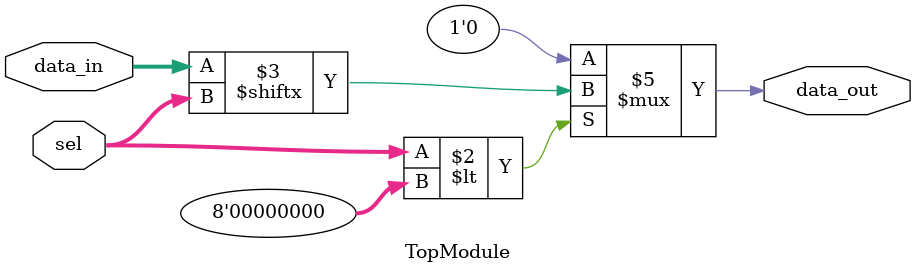
<source format=sv>
module TopModule (
    input logic [1023:0] data_in,
    input logic [7:0] sel,
    output logic data_out
);

    always @(*) begin
        if (sel < 8'd256) begin
            data_out = data_in[sel];
        end else begin
            data_out = 1'b0; // Default value for sel > 255
        end
    end

endmodule
</source>
